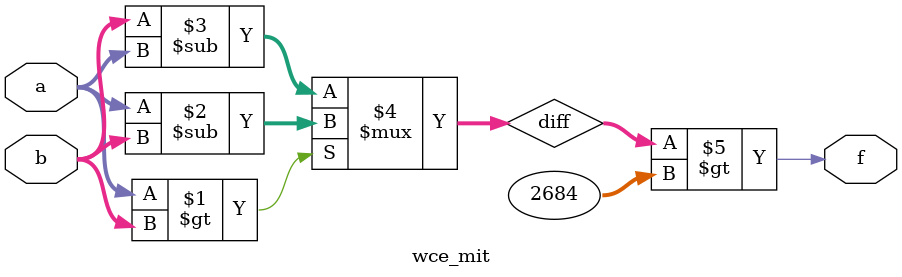
<source format=v>
module wce_mit(a, b, f);
parameter _bit = 33;
parameter wce = 2684;
input [_bit - 1: 0] a;
input [_bit - 1: 0] b;
output f;
wire [_bit - 1: 0] diff;
assign diff = (a > b)? (a - b): (b - a);
assign f = (diff > wce);
endmodule

</source>
